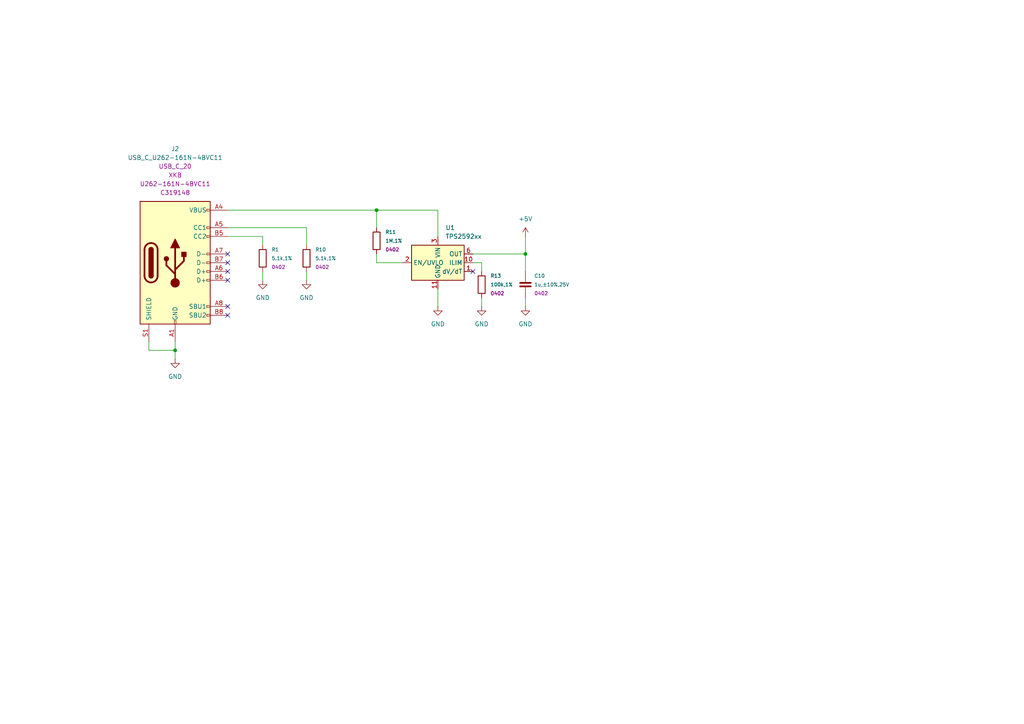
<source format=kicad_sch>
(kicad_sch (version 20231120) (generator "eeschema") (generator_version "8.0")
  (paper "A4")
  (lib_symbols
    (symbol "Abacus:USB_C_U262-161N-4BVC11" (pin_names (offset 1.016))
      (property "Reference" "J" (at 0 22.225 0))
      (property "Value" "USB_C_U262-161N-4BVC11" (at 0 19.685 0))
      (property "Package" "USB_C_20" (at 0 0 0))
      (property "Manufacturer" "XKB" (at 0 0 0))
      (property "Manufacturer Part" "U262-161N-4BVC11" (at 0 0 0))
      (property "Supplier Part" "C319148" (at 0 0 0))
      (symbol "USB_C_U262-161N-4BVC11_0_0"
        (rectangle (start -0.254 -17.78) (end 0.254 -16.764))
        (rectangle (start 10.16 -14.986) (end 9.144 -15.494))
        (rectangle (start 10.16 -12.446) (end 9.144 -12.954))
        (rectangle (start 10.16 -4.826) (end 9.144 -5.334))
        (rectangle (start 10.16 -2.286) (end 9.144 -2.794))
        (rectangle (start 10.16 0.254) (end 9.144 -0.254))
        (rectangle (start 10.16 2.794) (end 9.144 2.286))
        (rectangle (start 10.16 7.874) (end 9.144 7.366))
        (rectangle (start 10.16 10.414) (end 9.144 9.906))
        (rectangle (start 10.16 15.494) (end 9.144 14.986))
      )
      (symbol "USB_C_U262-161N-4BVC11_0_1"
        (rectangle (start -10.16 17.78) (end 10.16 -17.78) (stroke (width 0.254)) (fill (type background)))
        (arc (start -8.89 -3.81) (mid -6.985 -5.7067) (end -5.08 -3.81) (stroke (width 0.508)))
        (arc (start -7.62 -3.81) (mid -6.985 -4.4423) (end -6.35 -3.81) (stroke (width 0.254)))
        (arc (start -7.62 -3.81) (mid -6.985 -4.4423) (end -6.35 -3.81) (stroke (width 0.254)) (fill (type outline)))
        (rectangle (start -7.62 -3.81) (end -6.35 3.81) (stroke (width 0.254)) (fill (type outline)))
        (arc (start -6.35 3.81) (mid -6.985 4.4423) (end -7.62 3.81) (stroke (width 0.254)))
        (arc (start -6.35 3.81) (mid -6.985 4.4423) (end -7.62 3.81) (stroke (width 0.254)) (fill (type outline)))
        (arc (start -5.08 3.81) (mid -6.985 5.7067) (end -8.89 3.81) (stroke (width 0.508)))
        (circle (center -2.54 1.143) (radius 0.635) (stroke (width 0.254)) (fill (type outline)))
        (circle (center 0 -5.842) (radius 1.27) (fill (type outline)))
        (polyline (pts (xy -8.89 -3.81) (xy -8.89 3.81)) (stroke (width 0.508)))
        (polyline (pts (xy -5.08 3.81) (xy -5.08 -3.81)) (stroke (width 0.508)))
        (polyline (pts (xy 0 -5.842) (xy 0 4.318)) (stroke (width 0.508)))
        (polyline (pts (xy 0 -3.302) (xy -2.54 -0.762) (xy -2.54 0.508)) (stroke (width 0.508)))
        (polyline (pts (xy 0 -2.032) (xy 2.54 0.508) (xy 2.54 1.778)) (stroke (width 0.508)))
        (polyline (pts (xy -1.27 4.318) (xy 0 6.858) (xy 1.27 4.318) (xy -1.27 4.318)) (stroke (width 0.254)) (fill (type outline)))
        (rectangle (start 1.905 1.778) (end 3.175 3.048) (stroke (width 0.254)) (fill (type outline)))
      )
      (symbol "USB_C_U262-161N-4BVC11_1_1"
        (pin passive line (at 0 -22.86 90) (length 5.08) (name "GND") (number "A1"))
        (pin passive line (at 0 -22.86 90) (length 5.08) hide (name "GND") (number "A12"))
        (pin passive line (at 15.24 15.24 180) (length 5.08) (name "VBUS") (number "A4"))
        (pin bidirectional line (at 15.24 10.16 180) (length 5.08) (name "CC1") (number "A5"))
        (pin bidirectional line (at 15.24 -2.54 180) (length 5.08) (name "D+") (number "A6"))
        (pin bidirectional line (at 15.24 2.54 180) (length 5.08) (name "D-") (number "A7"))
        (pin bidirectional line (at 15.24 -12.7 180) (length 5.08) (name "SBU1") (number "A8"))
        (pin passive line (at 15.24 15.24 180) (length 5.08) hide (name "VBUS") (number "A9"))
        (pin passive line (at 0 -22.86 90) (length 5.08) hide (name "GND") (number "B1"))
        (pin passive line (at 0 -22.86 90) (length 5.08) hide (name "GND") (number "B12"))
        (pin passive line (at 15.24 15.24 180) (length 5.08) hide (name "VBUS") (number "B4"))
        (pin bidirectional line (at 15.24 7.62 180) (length 5.08) (name "CC2") (number "B5"))
        (pin bidirectional line (at 15.24 -5.08 180) (length 5.08) (name "D+") (number "B6"))
        (pin bidirectional line (at 15.24 0 180) (length 5.08) (name "D-") (number "B7"))
        (pin bidirectional line (at 15.24 -15.24 180) (length 5.08) (name "SBU2") (number "B8"))
        (pin passive line (at 15.24 15.24 180) (length 5.08) hide (name "VBUS") (number "B9"))
        (pin passive line (at -7.62 -22.86 90) (length 5.08) (name "SHIELD") (number "S1"))
      )
    )
    (symbol "JLC_C0402:1u,±10%,25V" (pin_numbers hide) (pin_names (offset 0.254))
      (property "Reference" "C" (at 0 2.54 0))
      (property "Value" "1u,±10%,25V" (at 0 0 0))
      (property "Package" "0402" (at 0 -2.54 0))
      (symbol "1u,±10%,25V_0_1"
        (polyline (pts (xy -1.524 -0.508) (xy 1.524 -0.508)) (stroke (width 0.508)))
      )
      (symbol "1u,±10%,25V_1_1"
        (polyline (pts (xy -1.524 0.508) (xy 1.524 0.508)) (stroke (width 0.508)))
        (pin passive line (at 0 3.81 270) (length 3.048) (name "~") (number "1"))
        (pin passive line (at 0 -3.81 90) (length 3.048) (name "~") (number "2"))
      )
    )
    (symbol "JLC_R0402:100k,1%" (pin_numbers hide) (pin_names (offset 0))
      (property "Reference" "R" (at 2.032 0 90))
      (property "Value" "100k,1%" (at 0 0 90))
      (property "Package" "0402" (at 0 0 0))
      (symbol "100k,1%_0_1"
        (rectangle (start -1.016 -2.54) (end 1.016 2.54) (stroke (width 0.254)))
      )
      (symbol "100k,1%_1_1"
        (pin passive line (at 0 3.81 270) (length 1.27) (name "~") (number "1"))
        (pin passive line (at 0 -3.81 90) (length 1.27) (name "~") (number "2"))
      )
    )
    (symbol "JLC_R0402:1M,1%" (pin_numbers hide) (pin_names (offset 0))
      (property "Reference" "R" (at 2.032 0 90))
      (property "Value" "1M,1%" (at 0 0 90))
      (property "Package" "0402" (at 0 0 0))
      (symbol "1M,1%_0_1"
        (rectangle (start -1.016 -2.54) (end 1.016 2.54) (stroke (width 0.254)))
      )
      (symbol "1M,1%_1_1"
        (pin passive line (at 0 3.81 270) (length 1.27) (name "~") (number "1"))
        (pin passive line (at 0 -3.81 90) (length 1.27) (name "~") (number "2"))
      )
    )
    (symbol "JLC_R0402:5.1k,1%" (pin_numbers hide) (pin_names (offset 0))
      (property "Reference" "R" (at 2.032 0 90))
      (property "Value" "5.1k,1%" (at 0 0 90))
      (property "Package" "0402" (at 0 0 0))
      (symbol "5.1k,1%_0_1"
        (rectangle (start -1.016 -2.54) (end 1.016 2.54) (stroke (width 0.254)))
      )
      (symbol "5.1k,1%_1_1"
        (pin passive line (at 0 3.81 270) (length 1.27) (name "~") (number "1"))
        (pin passive line (at 0 -3.81 90) (length 1.27) (name "~") (number "2"))
      )
    )
    (symbol "Power_Management:TPS2592xx"
      (property "Reference" "U" (at -6.35 6.35 0))
      (property "Value" "TPS2592xx" (at 6.35 6.35 0))
      (symbol "TPS2592xx_0_1"
        (rectangle (start -7.62 5.08) (end 7.62 -5.08) (stroke (width 0.254)) (fill (type background)))
      )
      (symbol "TPS2592xx_1_1"
        (pin output line (at 10.16 -2.54 180) (length 2.54) (name "dV/dT") (number "1"))
        (pin output line (at 10.16 0 180) (length 2.54) (name "ILIM") (number "10"))
        (pin power_in line (at 0 -7.62 90) (length 2.54) (name "GND") (number "11"))
        (pin input line (at -10.16 0 0) (length 2.54) (name "EN/UVLO") (number "2"))
        (pin power_in line (at 0 7.62 270) (length 2.54) (name "VIN") (number "3"))
        (pin passive line (at 0 7.62 270) (length 2.54) hide (name "VIN") (number "4"))
        (pin passive line (at 0 7.62 270) (length 2.54) hide (name "VIN") (number "5"))
        (pin power_out line (at 10.16 2.54 180) (length 2.54) (name "OUT") (number "6"))
        (pin passive line (at 10.16 2.54 180) (length 2.54) hide (name "OUT") (number "7"))
        (pin passive line (at 10.16 2.54 180) (length 2.54) hide (name "OUT") (number "8"))
        (pin no_connect line (at -7.62 -2.54 0) (length 2.54) hide (name "NC") (number "9"))
      )
    )
    (symbol "power:+5V" (power) (pin_numbers hide) (pin_names (offset 0) hide)
      (property "Value" "+5V" (at 0 3.556 0))
      (symbol "+5V_0_1"
        (polyline (pts (xy -0.762 1.27) (xy 0 2.54)))
        (polyline (pts (xy 0 0) (xy 0 2.54)))
        (polyline (pts (xy 0 2.54) (xy 0.762 1.27)))
      )
      (symbol "+5V_1_1"
        (pin power_in line (at 0 0 90) (length 0) (name "~") (number "1"))
      )
    )
    (symbol "power:GND" (power) (pin_numbers hide) (pin_names (offset 0) hide)
      (property "Value" "GND" (at 0 -3.81 0))
      (symbol "GND_0_1"
        (polyline (pts (xy 0 0) (xy 0 -1.27) (xy 1.27 -1.27) (xy 0 -2.54) (xy -1.27 -1.27) (xy 0 -1.27)))
      )
      (symbol "GND_1_1"
        (pin power_in line (at 0 0 270) (length 0) (name "~") (number "1"))
      )
    )
  )
  (junction (at 152.4 73.66))
  (junction (at 109.22 60.96))
  (junction (at 50.8 101.6))
  (no_connect (at 66.04 88.9))
  (no_connect (at 66.04 73.66))
  (no_connect (at 66.04 81.28))
  (no_connect (at 66.04 78.74))
  (no_connect (at 66.04 91.44))
  (no_connect (at 66.04 76.2))
  (no_connect (at 137.16 78.74))
  (wire (pts (xy 127 60.96) (xy 127 68.58)))
  (wire (pts (xy 88.9 66.04) (xy 66.04 66.04)))
  (wire (pts (xy 88.9 71.12) (xy 88.9 66.04)))
  (wire (pts (xy 152.4 73.66) (xy 152.4 78.74)))
  (wire (pts (xy 137.16 73.66) (xy 152.4 73.66)))
  (wire (pts (xy 127 83.82) (xy 127 88.9)))
  (wire (pts (xy 109.22 73.66) (xy 109.22 76.2)))
  (wire (pts (xy 50.8 101.6) (xy 43.18 101.6)))
  (wire (pts (xy 76.2 71.12) (xy 76.2 68.58)))
  (wire (pts (xy 109.22 60.96) (xy 127 60.96)))
  (wire (pts (xy 152.4 88.9) (xy 152.4 86.36)))
  (wire (pts (xy 50.8 99.06) (xy 50.8 101.6)))
  (wire (pts (xy 43.18 101.6) (xy 43.18 99.06)))
  (wire (pts (xy 139.7 76.2) (xy 137.16 76.2)))
  (wire (pts (xy 76.2 68.58) (xy 66.04 68.58)))
  (wire (pts (xy 139.7 78.74) (xy 139.7 76.2)))
  (wire (pts (xy 109.22 60.96) (xy 109.22 66.04)))
  (wire (pts (xy 116.84 76.2) (xy 109.22 76.2)))
  (wire (pts (xy 152.4 68.58) (xy 152.4 73.66)))
  (wire (pts (xy 66.04 60.96) (xy 109.22 60.96)))
  (wire (pts (xy 76.2 81.28) (xy 76.2 78.74)))
  (wire (pts (xy 139.7 88.9) (xy 139.7 86.36)))
  (wire (pts (xy 88.9 81.28) (xy 88.9 78.74)))
  (wire (pts (xy 50.8 101.6) (xy 50.8 104.14)))
  (symbol (lib_id "JLC_R0402:5.1k,1%") (at 88.9 74.93 0) (unit 1)
    (property "Reference" "R10" (at 91.44 72.3899 0) (effects (font (size 1.016 1.016)) (justify left)))
    (property "Value" "5.1k,1%" (at 91.44 74.9299 0) (effects (font (size 1.016 1.016)) (justify left)))
    (property "Footprint" "Abacus:R_0402_1005Metric_for_0.25mm_grid" (effects (hide yes)))
    (property "Description" "Resistor" (effects (hide yes)))
    (property "Package" "0402" (at 91.44 77.4699 0) (effects (font (size 1.016 1.016)) (justify left)))
    (property "Manufacturer" "UNI-ROYAL" (effects (hide yes)))
    (property "Manufacturer Part" "0402WGF5101TCE" (effects (hide yes)))
    (property "Supplier Part" "C25905" (effects (hide yes)))
  )
  (symbol (lib_id "power:GND") (at 50.8 104.14 0) (unit 1)
    (property "Reference" "#PWR023" (effects (hide yes)))
    (property "Value" "GND" (at 50.8 109.22 0))
    (property "Description" "Power symbol creates a global label with name \"GND\" , ground" (effects (hide yes)))
  )
  (symbol (lib_id "Abacus:USB_C_U262-161N-4BVC11") (at 50.8 76.2 0) (unit 1)
    (property "Reference" "J2" (at 50.8 43.18 0))
    (property "Value" "USB_C_U262-161N-4BVC11" (at 50.8 45.72 0))
    (property "Footprint" "Connector_USB:USB_C_Receptacle_XKB_U262-16XN-4BVC11" (effects (hide yes)))
    (property "Datasheet" "https://www.usb.org/sites/default/files/documents/usb_type-c.zip" (effects (hide yes)))
    (property "Description" "USB 2.0-only 16P Type-C Receptacle connector" (effects (hide yes)))
    (property "Package" "USB_C_20" (at 50.8 48.26 0))
    (property "Manufacturer" "XKB" (at 50.8 50.8 0))
    (property "Manufacturer Part" "U262-161N-4BVC11" (at 50.8 53.34 0))
    (property "Supplier Part" "C319148" (at 50.8 55.88 0))
  )
  (symbol (lib_id "power:+5V") (at 152.4 68.58 0) (unit 1)
    (property "Reference" "#PWR031" (effects (hide yes)))
    (property "Value" "+5V" (at 152.4 63.5 0))
    (property "Description" "Power symbol creates a global label with name \"+5V\"" (effects (hide yes)))
  )
  (symbol (lib_id "power:GND") (at 127 88.9 0) (unit 1)
    (property "Reference" "#PWR027" (effects (hide yes)))
    (property "Value" "GND" (at 127 93.98 0))
    (property "Description" "Power symbol creates a global label with name \"GND\" , ground" (effects (hide yes)))
  )
  (symbol (lib_id "JLC_R0402:100k,1%") (at 139.7 82.55 0) (unit 1)
    (property "Reference" "R13" (at 142.24 80.0099 0) (effects (font (size 1.016 1.016)) (justify left)))
    (property "Value" "100k,1%" (at 142.24 82.5499 0) (effects (font (size 1.016 1.016)) (justify left)))
    (property "Footprint" "Abacus:R_0402_1005Metric_for_0.25mm_grid" (effects (hide yes)))
    (property "Description" "Resistor" (effects (hide yes)))
    (property "Package" "0402" (at 142.24 85.0899 0) (effects (font (size 1.016 1.016)) (justify left)))
    (property "Manufacturer" "UNI-ROYAL" (effects (hide yes)))
    (property "Manufacturer Part" "0402WGF1003TCE" (effects (hide yes)))
    (property "Supplier Part" "C25741" (effects (hide yes)))
  )
  (symbol (lib_id "JLC_R0402:1M,1%") (at 109.22 69.85 0) (unit 1)
    (property "Reference" "R11" (at 111.76 67.3099 0) (effects (font (size 1.016 1.016)) (justify left)))
    (property "Value" "1M,1%" (at 111.76 69.8499 0) (effects (font (size 1.016 1.016)) (justify left)))
    (property "Footprint" "Abacus:R_0402_1005Metric_for_0.25mm_grid" (effects (hide yes)))
    (property "Description" "Resistor" (effects (hide yes)))
    (property "Package" "0402" (at 111.76 72.3899 0) (effects (font (size 1.016 1.016)) (justify left)))
    (property "Manufacturer" "UNI-ROYAL" (effects (hide yes)))
    (property "Manufacturer Part" "0402WGF1004TCE" (effects (hide yes)))
    (property "Supplier Part" "C26083" (effects (hide yes)))
  )
  (symbol (lib_id "JLC_R0402:5.1k,1%") (at 76.2 74.93 0) (unit 1)
    (property "Reference" "R1" (at 78.74 72.3899 0) (effects (font (size 1.016 1.016)) (justify left)))
    (property "Value" "5.1k,1%" (at 78.74 74.9299 0) (effects (font (size 1.016 1.016)) (justify left)))
    (property "Footprint" "Abacus:R_0402_1005Metric_for_0.25mm_grid" (effects (hide yes)))
    (property "Description" "Resistor" (effects (hide yes)))
    (property "Package" "0402" (at 78.74 77.4699 0) (effects (font (size 1.016 1.016)) (justify left)))
    (property "Manufacturer" "UNI-ROYAL" (effects (hide yes)))
    (property "Manufacturer Part" "0402WGF5101TCE" (effects (hide yes)))
    (property "Supplier Part" "C25905" (effects (hide yes)))
  )
  (symbol (lib_id "power:GND") (at 76.2 81.28 0) (unit 1)
    (property "Reference" "#PWR025" (effects (hide yes)))
    (property "Value" "GND" (at 76.2 86.36 0))
    (property "Description" "Power symbol creates a global label with name \"GND\" , ground" (effects (hide yes)))
  )
  (symbol (lib_id "power:GND") (at 152.4 88.9 0) (unit 1)
    (property "Reference" "#PWR029" (effects (hide yes)))
    (property "Value" "GND" (at 152.4 93.98 0))
    (property "Description" "Power symbol creates a global label with name \"GND\" , ground" (effects (hide yes)))
  )
  (symbol (lib_id "power:GND") (at 88.9 81.28 0) (unit 1)
    (property "Reference" "#PWR026" (effects (hide yes)))
    (property "Value" "GND" (at 88.9 86.36 0))
    (property "Description" "Power symbol creates a global label with name \"GND\" , ground" (effects (hide yes)))
  )
  (symbol (lib_id "Power_Management:TPS2592xx") (at 127 76.2 0) (unit 1)
    (property "Reference" "U1" (at 129.1941 66.04 0) (effects (justify left)))
    (property "Value" "TPS2592xx" (at 129.1941 68.58 0) (effects (justify left)))
    (property "Footprint" "Package_SON:VSON-10-1EP_3x3mm_P0.5mm_EP1.65x2.4mm_ThermalVias" (effects (hide yes)))
    (property "Datasheet" "http://www.ti.com/lit/ds/symlink/tps25925.pdf" (effects (hide yes)))
    (property "Description" "5V/12V eFuse Protection Switch (VSON-10)" (effects (hide yes)))
  )
  (symbol (lib_id "power:GND") (at 139.7 88.9 0) (unit 1)
    (property "Reference" "#PWR028" (effects (hide yes)))
    (property "Value" "GND" (at 139.7 93.98 0))
    (property "Description" "Power symbol creates a global label with name \"GND\" , ground" (effects (hide yes)))
  )
  (symbol (lib_id "JLC_C0402:1u,±10%,25V") (at 152.4 82.55 0) (unit 1)
    (property "Reference" "C10" (at 154.94 80.0099 0) (effects (font (size 1.016 1.016)) (justify left)))
    (property "Value" "1u,±10%,25V" (at 154.94 82.5499 0) (effects (font (size 1.016 1.016)) (justify left)))
    (property "Footprint" "Abacus:C_0402_1005Metric_for_0.25mm_grid" (effects (hide yes)))
    (property "Description" "Unpolarized capacitor" (effects (hide yes)))
    (property "Package" "0402" (at 154.94 85.0899 0) (effects (font (size 1.016 1.016)) (justify left)))
    (property "Manufacturer" "Samsung" (effects (hide yes)))
    (property "Manufacturer Part" "CL05A105KA5NQNC" (effects (hide yes)))
    (property "Supplier Part" "C52923" (effects (hide yes)))
  )
)
</source>
